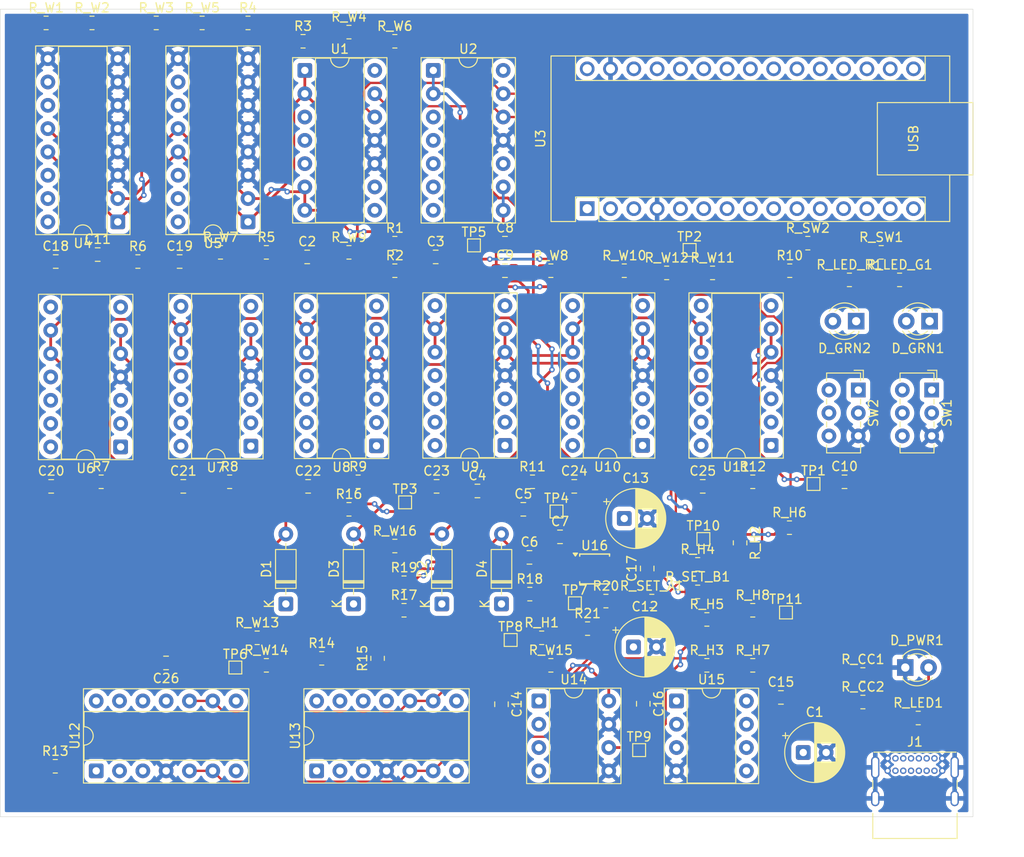
<source format=kicad_pcb>
(kicad_pcb (version 20241229) (generator "pcbnew") (generator_version "9.0")
  (layers (0 "F.Cu" signal) (2 "B.Cu" signal) (13 "F.Paste" user) (15 "B.Paste" user) (5 "F.SilkS" user "F.Silkscreen") (7 "B.SilkS" user "B.Silkscreen") (1 "F.Mask" user) (3 "B.Mask" user) (25 "Edge.Cuts" user))
  (net 0 "")
  (net 1 "GND")
  (net 2 "+5V")
  (net 3 "/V_MID_H1")
  (net 4 "/V_MID_H2")
  (net 5 "/V_MID_PUMP")
  (net 6 "/V_LOW")
  (net 7 "/V_HIGH")
  (net 8 "/H1")
  (net 9 "Net-(D1-K)")
  (net 10 "Net-(D2-K)")
  (net 11 "Net-(D3-K)")
  (net 12 "/H2")
  (net 13 "Net-(D4-K)")
  (net 14 "Net-(D_GRN1-A)")
  (net 15 "Net-(D_GRN1-K)")
  (net 16 "Net-(D_GRN2-A)")
  (net 17 "Net-(D_GRN2-K)")
  (net 18 "Net-(D_PWR1-A)")
  (net 23 "Net-(J1-CC1)")
  (net 24 "Net-(J1-CC2)")
  (net 25 "/V_MID_RAW")
  (net 26 "/V_LOW_RAW")
  (net 27 "/V_HIGH_RAW")
  (net 28 "/CS_POT1")
  (net 29 "/CS_POT2")
  (net 30 "/CS_POT3")
  (net 31 "/CS_POT4")
  (net 32 "/CS_POT5")
  (net 33 "/CS_POT6")
  (net 34 "/CS_POT7")
  (net 35 "/CS_POT8")
  (net 36 "/CS_DAC")
  (net 37 "/I2C_SDA")
  (net 38 "/I2C_SCL")
  (net 39 "Net-(U15A-+)")
  (net 40 "/DAC_OUTA")
  (net 41 "Net-(U15A--)")
  (net 42 "Net-(R_H3-Pad1)")
  (net 43 "/YP")
  (net 44 "/DAC_OUTB")
  (net 45 "Net-(U15B-+)")
  (net 46 "Net-(U15B--)")
  (net 47 "Net-(R_H7-Pad1)")
  (net 48 "/YN")
  (net 49 "/MUX_A")
  (net 50 "Net-(SW1-B)")
  (net 51 "Net-(SW2-B)")
  (net 52 "/MUX_B")
  (net 53 "Net-(U6-P0A)")
  (net 54 "/X1")
  (net 55 "Net-(U6-P1A)")
  (net 56 "Net-(U7-P0A)")
  (net 57 "/X1_COMP")
  (net 58 "Net-(U7-P1A)")
  (net 59 "/X2")
  (net 60 "Net-(U8-P0A)")
  (net 61 "Net-(U8-P1A)")
  (net 62 "/X2_COMP")
  (net 63 "Net-(U9-P0A)")
  (net 64 "Net-(U9-P1A)")
  (net 65 "Net-(U10-P0A)")
  (net 66 "Net-(U10-P1A)")
  (net 67 "Net-(U11-P0A)")
  (net 68 "Net-(U11-P1A)")
  (net 69 "Net-(U12-P0A)")
  (net 70 "Net-(U12-P1A)")
  (net 71 "Net-(U13-P0A)")
  (net 72 "Net-(U13-P1A)")
  (net 73 "Net-(U1C--)")
  (net 74 "/SPI_SCK")
  (net 78 "/SPI_MISO")
  (net 81 "/SPI_MOSI")
  (footprint "Resistor_SMD:R_0805_2012Metric" (layer "F.Cu") (at 140.38 109.76)
    (property "Reference" "R17")
    (property "Value" "0Ω")
  )
  (footprint "Resistor_SMD:R_0805_2012Metric" (layer "F.Cu") (at 118.38 45.76)
    (property "Reference" "R_W5")
    (property "Value" "1.21kΩ")
  )
  (footprint "Resistor_SMD:R_0805_2012Metric" (layer "F.Cu") (at 134.38 46.76)
    (property "Reference" "R_W4")
    (property "Value" "1.21kΩ")
  )
  (footprint "TestPoint:TestPoint_Pad_1.0x1.0mm" (layer "F.Cu") (at 140.5 98)
    (property "Reference" "TP3")
    (property "Value" "TestPoint")
  )
  (footprint "Resistor_SMD:R_0805_2012Metric" (layer "F.Cu") (at 113.38 45.76)
    (property "Reference" "R_W3")
    (property "Value" "1.21kΩ")
  )
  (footprint "Resistor_SMD:R_0805_2012Metric" (layer "F.Cu") (at 134.38 70.76)
    (property "Reference" "R_W9")
    (property "Value" "1.21kΩ")
  )
  (footprint "Package_DIP:DIP-14_W7.62mm_Socket" (layer "F.Cu") (at 109.5 91.96 180)
    (property "Reference" "U6")
    (property "Value" "MCP4251-xxxx-P")
  )
  (footprint "Capacitor_SMD:C_0805_2012Metric" (layer "F.Cu") (at 129.93 96.26)
    (property "Reference" "C22")
    (property "Value" "100nF")
  )
  (footprint "Resistor_SMD:R_0805_2012Metric" (layer "F.Cu") (at 155.38 112.76)
    (property "Reference" "R_H1")
    (property "Value" "10kΩ")
  )
  (footprint "Resistor_SMD:R_0805_2012Metric" (layer "F.Cu") (at 182.38 100.76)
    (property "Reference" "R_H6")
    (property "Value" "10kΩ")
  )
  (footprint "Capacitor_SMD:C_0805_2012Metric" (layer "F.Cu") (at 151.38 69.76)
    (property "Reference" "C8")
    (property "Value" "10µF")
  )
  (footprint "TestPoint:TestPoint_Pad_1.0x1.0mm" (layer "F.Cu") (at 185 96)
    (property "Reference" "TP1")
    (property "Value" "TestPoint")
  )
  (footprint "LED_THT:LED_D3.0mm" (layer "F.Cu") (at 197.65 78.26 180)
    (property "Reference" "D_GRN1")
    (property "Value" "Green 3mm")
  )
  (footprint "Resistor_SMD:R_0805_2012Metric" (layer "F.Cu") (at 194.38 73.76)
    (property "Reference" "R_LED_G1")
    (property "Value" "470Ω")
  )
  (footprint "Package_DIP:DIP-14_W7.62mm_Socket" (layer "F.Cu") (at 166.38 91.8 180)
    (property "Reference" "U10")
    (property "Value" "MCP4251-xxxx-P")
  )
  (footprint "Resistor_SMD:R_0805_2012Metric" (layer "F.Cu") (at 173.38 110.76)
    (property "Reference" "R_H5")
    (property "Value" "10kΩ")
  )
  (footprint "Capacitor_THT:CP_Radial_D6.3mm_P2.50mm" (layer "F.Cu") (at 165.38 113.76)
    (property "Reference" "C12")
    (property "Value" "100µF")
  )
  (footprint "TestPoint:TestPoint_Pad_1.0x1.0mm" (layer "F.Cu") (at 182 110)
    (property "Reference" "TP11")
    (property "Value" "TestPoint")
  )
  (footprint "Resistor_SMD:R_0805_2012Metric" (layer "F.Cu") (at 125.38 115.76)
    (property "Reference" "R_W14")
    (property "Value" "1.21kΩ")
  )
  (footprint "Capacitor_THT:CP_Radial_D6.3mm_P2.50mm" (layer "F.Cu") (at 164.38 99.76)
    (property "Reference" "C13")
    (property "Value" "100µF")
  )
  (footprint "TestPoint:TestPoint_Pad_1.0x1.0mm" (layer "F.Cu") (at 166 125)
    (property "Reference" "TP9")
    (property "Value" "TestPoint")
  )
  (footprint "Package_DIP:DIP-14_W7.62mm_Socket" (layer "F.Cu") (at 129.57 50.933333)
    (property "Reference" "U1")
    (property "Value" "MCP6004")
  )
  (footprint "Diode_THT:D_DO-35_SOD27_P7.62mm_Horizontal" (layer "F.Cu") (at 144.5 109.07 90)
    (property "Reference" "D2")
    (property "Value" "BAT42")
  )
  (footprint "Resistor_SMD:R_0805_2012Metric" (layer "F.Cu") (at 120.38 70.76)
    (property "Reference" "R_W7")
    (property "Value" "1.21kΩ")
  )
  (footprint "Package_DIP:DIP-14_W7.62mm_Socket" (layer "F.Cu") (at 137.38 91.84 180)
    (property "Reference" "U8")
    (property "Value" "MCP4251-xxxx-P")
  )
  (footprint "Capacitor_SMD:C_0805_2012Metric" (layer "F.Cu") (at 166.88 105.21 90)
    (property "Reference" "C17")
    (property "Value" "100nF")
  )
  (footprint "Resistor_SMD:R_0805_2012Metric" (layer "F.Cu") (at 192.38 70.76)
    (property "Reference" "R_SW1")
    (property "Value" "10kΩ")
  )
  (footprint "Resistor_SMD:R_0805_2012Metric" (layer "F.Cu") (at 162.38 108.76)
    (property "Reference" "R20")
    (property "Value" "4.7kΩ")
  )
  (footprint "Resistor_SMD:R_0805_2012Metric" (layer "F.Cu") (at 184.38 69.76)
    (property "Reference" "R_SW2")
    (property "Value" "10kΩ")
  )
  (footprint "Button_Switch_THT:SW_E-Switch_EG1271_SPDT" (layer "F.Cu") (at 197.88 85.76 -90)
    (property "Reference" "SW1")
    (property "Value" "SW_SPDT")
  )
  (footprint "TestPoint:TestPoint_Pad_1.0x1.0mm" (layer "F.Cu") (at 173 102)
    (property "Reference" "TP10")
    (property "Value" "TestPoint")
  )
  (footprint "Resistor_SMD:R_0805_2012Metric" (layer "F.Cu") (at 131.4125 115)
    (property "Reference" "R14")
    (property "Value" "10kΩ")
  )
  (footprint "Resistor_SMD:R_0805_2012Metric" (layer "F.Cu") (at 190.38 119.76)
    (property "Reference" "R_CC2")
    (property "Value" "5.1kΩ")
  )
  (footprint "Resistor_SMD:R_0805_2012Metric" (layer "F.Cu") (at 154.0875 108)
    (property "Reference" "R18")
    (property "Value" "0Ω")
  )
  (footprint "Capacitor_SMD:C_0805_2012Metric" (layer "F.Cu") (at 148.38 96.76)
    (property "Reference" "C4")
    (property "Value" "10µF")
  )
  (footprint "Resistor_SMD:R_0805_2012Metric" (layer "F.Cu") (at 137.5 115 90)
    (property "Reference" "R15")
    (property "Value" "10kΩ")
  )
  (footprint "Package_DIP:DIP-14_W7.62mm_Socket" (layer "F.Cu") (at 130.856667 127.26 90)
    (property "Reference" "U13")
    (property "Value" "MCP4251-xxxx-P")
  )
  (footprint "Package_DIP:DIP-16_W7.62mm_Socket" (layer "F.Cu") (at 123.38 67.438333 180)
    (property "Reference" "U5")
    (property "Value" "CD4053B")
  )
  (footprint "Resistor_SMD:R_0805_2012Metric" (layer "F.Cu") (at 125.38 70.76)
    (property "Reference" "R5")
    (property "Value" "8.2kΩ")
  )
  (footprint "Resistor_SMD:R_0805_2012Metric" (layer "F.Cu") (at 139.38 69.76)
    (property "Reference" "R1")
    (property "Value" "10kΩ")
  )
  (footprint "Resistor_SMD:R_0805_2012Metric" (layer "F.Cu") (at 140.38 106.76)
    (property "Reference" "R19")
    (property "Value" "0Ω")
  )
  (footprint "Capacitor_SMD:C_0805_2012Metric" (layer "F.Cu") (at 116.33 96.26)
    (property "Reference" "C21")
    (property "Value" "100nF")
  )
  (footprint "Package_DIP:DIP-14_W7.62mm_Socket" (layer "F.Cu") (at 106.84 127.26 90)
    (property "Reference" "U12")
    (property "Value" "MCP4251-xxxx-P")
  )
  (footprint "Resistor_SMD:R_0805_2012Metric" (layer "F.Cu") (at 139.38 47.76)
    (property "Reference" "R_W6")
    (property "Value" "1.21kΩ")
  )
  (footprint "Capacitor_SMD:C_0805_2012Metric" (layer "F.Cu") (at 107 71)
    (property "Reference" "C11")
    (property "Value" "100nF")
  )
  (footprint "Connector_USB:USB_C_Receptacle_GCT_USB4085" (layer "F.Cu") (at 193.08 125.9)
    (property "Reference" "J1")
    (property "Value" "USB_C_Receptacle_USB2.0_14P")
  )
  (footprint "Resistor_SMD:R_0805_2012Metric" (layer "F.Cu") (at 154.38 95.76)
    (property "Reference" "R11")
    (property "Value" "10kΩ")
  )
  (footprint "Resistor_SMD:R_0805_2012Metric" (layer "F.Cu") (at 164.38 72.76)
    (property "Reference" "R_W10")
    (property "Value" "1.21kΩ")
  )
  (footprint "Capacitor_SMD:C_0805_2012Metric" (layer "F.Cu") (at 143.93 96.26)
    (property "Reference" "C23")
    (property "Value" "100nF")
  )
  (footprint "Capacitor_SMD:C_0805_2012Metric" (layer "F.Cu") (at 188.38 95.76)
    (property "Reference" "C10")
    (property "Value" "100nF")
  )
  (footprint "Capacitor_SMD:C_0805_2012Metric" (layer "F.Cu") (at 115.93 71.76)
    (property "Reference" "C19")
    (property "Value" "100nF")
  )
  (footprint "Resistor_SMD:R_0805_2012Metric" (layer "F.Cu") (at 173.38 115.76)
    (property "Reference" "R_H3")
    (property "Value" "10kΩ")
  )
  (footprint "TestPoint:TestPoint_Pad_1.0x1.0mm" (layer "F.Cu") (at 152 113)
    (property "Reference" "TP8")
    (property "Value" "TestPoint")
  )
  (footprint "Package_DIP:DIP-14_W7.62mm_Socket" (layer "F.Cu") (at 180.38 91.8 180)
    (property "Reference" "U11")
    (property "Value" "MCP4251-xxxx-P")
  )
  (footprint "Capacitor_SMD:C_0805_2012Metric" (layer "F.Cu") (at 143.83 71.26)
    (property "Reference" "C3")
    (property "Value" "100nF")
  )
  (footprint "Package_DIP:DIP-8_W7.62mm_Socket" (layer "F.Cu") (at 170.07 119.64)
    (property "Reference" "U15")
    (property "Value" "MCP6002-xP")
  )
  (footprint "Resistor_SMD:R_0805_2012Metric" (layer "F.Cu") (at 123.38 45.76)
    (property "Reference" "R4")
    (property "Value" "8.2kΩ")
  )
  (footprint "Resistor_SMD:R_0805_2012Metric" (layer "F.Cu") (at 178.38 95.76)
    (property "Reference" "R12")
    (property "Value" "10kΩ")
  )
  (footprint "Resistor_SMD:R_0805_2012Metric" (layer "F.Cu") (at 172.38 104.76)
    (property "Reference" "R_H4")
    (property "Value" "10kΩ")
  )
  (footprint "Resistor_SMD:R_0805_2012Metric" (layer "F.Cu") (at 107.38 95.76)
    (property "Reference" "R7")
    (property "Value" "10kΩ")
  )
  (footprint "TestPoint:TestPoint_Pad_1.0x1.0mm" (layer "F.Cu") (at 122 116)
    (property "Reference" "TP6")
    (property "Value" "TestPoint")
  )
  (footprint "Capacitor_SMD:C_0805_2012Metric" (layer "F.Cu") (at 181.45 119.26)
    (property "Reference" "C15")
    (property "Value" "100nF")
  )
  (footprint "Capacitor_SMD:C_0805_2012Metric" (layer "F.Cu") (at 151 120 -90)
    (property "Reference" "C14")
    (property "Value" "100nF")
  )
  (footprint "Capacitor_SMD:C_0805_2012Metric" (layer "F.Cu") (at 172.93 96.26)
    (property "Reference" "C25")
    (property "Value" "100nF")
  )
  (footprint "Package_DIP:DIP-14_W7.62mm_Socket" (layer "F.Cu") (at 143.57 50.933333)
    (property "Reference" "U2")
    (property "Value" "LM324")
  )
  (footprint "Capacitor_SMD:C_0805_2012Metric" (layer "F.Cu") (at 129.83 71.26)
    (property "Reference" "C2")
    (property "Value" "100nF")
  )
  (footprint "Capacitor_SMD:C_0805_2012Metric" (layer "F.Cu") (at 157.38 101.76)
    (property "Reference" "C7")
    (property "Value" "100nF")
  )
  (footprint "Capacitor_SMD:C_0805_2012Metric" (layer "F.Cu") (at 153.38 98.76)
    (property "Reference" "C5")
    (property "Value" "100nF")
  )
  (footprint "Capacitor_SMD:C_0805_2012Metric" (layer "F.Cu") (at 101.93 96.26)
    (property "Reference" "C20")
    (property "Value" "100nF")
  )
  (footprint "Resistor_SMD:R_0805_2012Metric" (layer "F.Cu") (at 188.9125 73.76)
    (property "Reference" "R_LED_R1")
    (property "Value" "470Ω")
  )
  (footprint "Resistor_SMD:R_0805_2012Metric" (layer "F.Cu") (at 196.4125 121.5)
    (property "Reference" "R_LED1")
    (property "Value" "1kΩ")
  )
  (footprint "Resistor_SMD:R_0805_2012Metric" (layer "F.Cu") (at 124.38 112.76)
    (property "Reference" "R_W13")
    (property "Value" "1.21kΩ")
  )
  (footprint "Resistor_SMD:R_0805_2012Metric" (layer "F.Cu") (at 177 102.4125 -90)
    (property "Reference" "R_H2")
    (property "Value" "10kΩ")
  )
  (footprint "Resistor_SMD:R_0805_2012Metric" (layer "F.Cu") (at 134.38 98.76)
    (property "Reference" "R16")
    (property "Value" "0Ω")
  )
  (footprint "Resistor_SMD:R_0805_2012Metric" (layer "F.Cu") (at 178.38 115.76)
    (property "Reference" "R_H7")
    (property "Value" "10kΩ")
  )
  (footprint "TestPoint:TestPoint_Pad_1.0x1.0mm" (layer "F.Cu") (at 148 70)
    (property "Reference" "TP5")
    (property "Value" "TestPoint")
  )
  (footprint "Package_SO:TSSOP-10_3x3mm_P0.5mm" (layer "F.Cu") (at 161.15 105.26)
    (property "Reference" "U16")
    (property "Value" "ADS1115IDGS")
  )
  (footprint "Resistor_SMD:R_0805_2012Metric" (layer "F.Cu") (at 102.38 126.76)
    (property "Reference" "R13")
    (property "Value" "10kΩ")
  )
  (footprint "Resistor_SMD:R_0805_2012Metric" (layer "F.Cu") (at 190.38 116.76)
    (property "Reference" "R_CC1")
    (property "Value" "5.1kΩ")
  )
  (footprint "Resistor_SMD:R_0805_2012Metric" (layer "F.Cu") (at 160.38 111.76)
    (property "Reference" "R21")
    (property "Value" "4.7kΩ")
  )
  (footprint "TestPoint:TestPoint_Pad_1.0x1.0mm" (layer "F.Cu") (at 159 109)
    (property "Reference" "TP7")
    (property "Value" "TestPoint")
  )
  (footprint "Capacitor_SMD:C_0805_2012Metric" (layer "F.Cu") (at 114.45 115.5 180)
    (property "Reference" "C26")
    (property "Value" "100nF")
  )
  (footprint "Package_DIP:DIP-14_W7.62mm_Socket" (layer "F.Cu") (at 151.38 91.8 180)
    (property "Reference" "U9")
    (property "Value" "MCP4251-xxxx-P")
  )
  (footprint "Diode_THT:D_DO-35_SOD27_P7.62mm_Horizontal" (layer "F.Cu") (at 134.88 109.07 90)
    (property "Reference" "D3")
    (property "Value" "BAT42")
  )
  (footprint "Capacitor_SMD:C_0805_2012Metric" (layer "F.Cu") (at 102.43 71.76)
    (property "Reference" "C18")
    (property "Value" "100nF")
  )
  (footprint "LED_THT:LED_D3.0mm" (layer "F.Cu") (at 189.65 78.26 180)
    (property "Reference" "D_GRN2")
    (property "Value" "Green 3mm")
  )
  (footprint "Resistor_SMD:R_0805_2012Metric" (layer "F.Cu") (at 121.38 95.76)
    (property "Reference" "R8")
    (property "Value" "10kΩ")
  )
  (footprint "Capacitor_SMD:C_0805_2012Metric" (layer "F.Cu") (at 151.38 72.76)
    (property "Reference" "C9")
    (property "Value" "100nF")
  )
  (footprint "Package_DIP:DIP-8_W7.62mm_Socket" (layer "F.Cu") (at 155.07 119.64)
    (property "Reference" "U14")
    (property "Value" "MCP4822")
  )
  (footprint "Resistor_SMD:R_0805_2012Metric" (layer "F.Cu") (at 135.38 95.76)
    (property "Reference" "R9")
    (property "Value" "10kΩ")
  )
  (footprint "TestPoint:TestPoint_Pad_1.0x1.0mm" (layer "F.Cu") (at 157 99)
    (property "Reference" "TP4")
    (property "Value" "TestPoint")
  )
  (footprint "Resistor_SMD:R_0805_2012Metric" (layer "F.Cu") (at 169 73)
    (property "Reference" "R_W12")
    (property "Value" "1.21kΩ")
  )
  (footprint "Resistor_SMD:R_0805_2012Metric" (layer "F.Cu") (at 156.38 72.76)
    (property "Reference" "R_W8")
    (property "Value" "1.21kΩ")
  )
  (footprint "Diode_THT:D_DO-35_SOD27_P7.62mm_Horizontal" (layer "F.Cu") (at 151 109.07 90)
    (property "Reference" "D4")
    (property "Value" "BAT42")
  )
  (footprint "Resistor_SMD:R_0805_2012Metric" (layer "F.Cu") (at 139.38 72.76)
    (property "Reference" "R2")
    (property "Value" "10kΩ")
  )
  (footprint "Module:Arduino_Nano" (layer "F.Cu") (at 160.34 66 90)
    (property "Reference" "U3")
    (property "Value" "Arduino_Nano_v3.x")
  )
  (footprint "Capacitor_SMD:C_0805_2012Metric" (layer "F.Cu") (at 154.05 104)
    (property "Reference" "C6")
    (property "Value" "10µF")
  )
  (footprint "Package_DIP:DIP-14_W7.62mm_Socket" (layer "F.Cu") (at 123.69 91.875 180)
    (property "Reference" "U7")
    (property "Value" "MCP4251-xxxx-P")
  )
  (footprint "TestPoint:TestPoint_Pad_1.0x1.0mm" (layer "F.Cu") (at 171.5 70.5)
    (property "Reference" "TP2")
    (property "Value" "TestPoint")
  )
  (footprint "Resistor_SMD:R_0805_2012Metric" (layer "F.Cu") (at 106.38 45.76)
    (property "Reference" "R_W2")
    (property "Value" "1.21kΩ")
  )
  (footprint "Resistor_SMD:R_0805_2012Metric" (layer "F.Cu") (at 182.4125 72.76)
    (property "Reference" "R10")
    (property "Value" "10kΩ")
  )
  (footprint "Button_Switch_THT:SW_E-Switch_EG1271_SPDT" (layer "F.Cu") (at 189.88 85.76 -90)
    (property "Reference" "SW2")
    (property "Value" "SW_SPDT")
  )
  (footprint "Resistor_SMD:R_0805_2012Metric" (layer "F.Cu") (at 139.38 102.76)
    (property "Reference" "R_W16")
    (property "Value" "1.21kΩ")
  )
  (footprint "Resistor_SMD:R_0805_2012Metric" (layer "F.Cu") (at 101.38 45.76)
    (property "Reference" "R_W1")
    (property "Value" "1.21kΩ")
  )
  (footprint "Resistor_SMD:R_0805_2012Metric" (layer "F.Cu") (at 172.38 107.76)
    (property "Reference" "R_SET_B1")
    (property "Value" "1MΩ")
  )
  (footprint "Package_DIP:DIP-16_W7.62mm_Socket" (layer "F.Cu") (at 109.19 67.438333 180)
    (property "Reference" "U4")
    (property "Value" "CD4053B")
  )
  (footprint "Capacitor_SMD:C_0805_2012Metric" (layer "F.Cu") (at 158.93 96.26)
    (property "Reference" "C24")
    (property "Value" "100nF")
  )
  (footprint "Resistor_SMD:R_0805_2012Metric" (layer "F.Cu") (at 156.38 115.76)
    (property "Reference" "R_W15")
    (property "Value" "1.21kΩ")
  )
  (footprint "Resistor_SMD:R_0805_2012Metric" (layer "F.Cu") (at 167.38 108.76)
    (property "Reference" "R_SET_A1")
    (property "Value" "1MΩ")
  )
  (footprint "Resistor_SMD:R_0805_2012Metric" (layer "F.Cu") (at 111.38 71.76)
    (property "Reference" "R6")
    (property "Value" "33kΩ")
  )
  (footprint "Capacitor_THT:CP_Radial_D6.3mm_P2.50mm" (layer "F.Cu") (at 183.88 125.26)
    (property "Reference" "C1")
    (property "Value" "100µF")
  )
  (footprint "Resistor_SMD:R_0805_2012Metric" (layer "F.Cu") (at 178.38 109.76)
    (property "Reference" "R_H8")
    (property "Value" "10kΩ")
  )
  (footprint "Capacitor_SMD:C_0805_2012Metric" (layer "F.Cu") (at 166.45 119.95 -90)
    (property "Reference" "C16")
    (property "Value" "100nF")
  )
  (footprint "LED_THT:LED_D3.0mm" (layer "F.Cu") (at 195 116)
    (property "Reference" "D_PWR1")
    (property "Value" "Green 3mm")
  )
  (footprint "Resistor_SMD:R_0805_2012Metric" (layer "F.Cu") (at 129.38 47.76)
    (property "Reference" "R3")
    (property "Value" "33kΩ")
  )
  (footprint "Resistor_SMD:R_0805_2012Metric" (layer "F.Cu") (at 174 73)
    (property "Reference" "R_W11")
    (property "Value" "1.21kΩ")
  )
  (footprint "Diode_THT:D_DO-35_SOD27_P7.62mm_Horizontal" (layer "F.Cu") (at 127.5 109.07 90)
    (property "Reference" "D1")
    (property "Value" "BAT42")
  )
  (gr_rect (start 96.38 44.26) (end 202.38 132.26) (stroke (width 0.05)) (fill no) (layer "Edge.Cuts"))
  (segment (start 156.5 83.541) (end 156.459 83.5) (width 0.3) (layer "F.Cu") (net 3))
  (segment (start 150.692529 64.834333) (end 146.5 60.641804) (width 0.3) (layer "F.Cu") (net 3))
  (segment (start 155 85.041) (end 155 90.20758) (width 0.3) (layer "F.Cu") (net 3))
  (segment (start 150.51758 94.69) (end 149.5 94.69) (width 0.3) (layer "F.Cu") (net 3))
  (segment (start 155 77.199) (end 154.474 76.673) (width 0.3) (layer "F.Cu") (net 3))
  (segment (start 137.170025 98.170025) (end 135.882475 98.170025) (width 0.3) (layer "F.Cu") (net 3))
  (segment (start 149.43 98.76) (end 147.43 96.76) (width 0.3) (layer "F.Cu") (net 3))
  (segment (start 147.43 98.52) (end 144.5 101.45) (width 0.3) (layer "F.Cu") (net 3))
  (segment (start 155 79.8) (end 155 77.199) (width 0.3) (layer "F.Cu") (net 3))
  (segment (start 155 90.20758) (end 150.51758 94.69) (width 0.3) (layer "F.Cu") (net 3))
  (segment (start 156.5 81.3) (end 155 79.8) (width 0.3) (layer "F.Cu") (net 3))
  (segment (start 154.474 67.620862) (end 151.687471 64.834333) (width 0.3) (layer "F.Cu") (net 3))
  (segment (start 149.5 94.69) (end 147.43 96.76) (width 0.3) (layer "F.Cu") (net 3))
  (segment (start 151.687471 64.834333) (end 150.692529 64.834333) (width 0.3) (layer "F.Cu") (net 3))
  (segment (start 156.5 83.541) (end 155 85.041) (width 0.3) (layer "F.Cu") (net 3))
  (segment (start 154.474 76.673) (end 154.474 67.620862) (width 0.3) (layer "F.Cu") (net 3))
  (segment (start 139.5 99) (end 138.5 99) (width 0.3) (layer "F.Cu") (net 3))
  (segment (start 139.5 99) (end 140.5 98) (width 0.3) (layer "F.Cu") (net 3))
  (segment (start 144.5 101.45) (end 141.95 101.45) (width 0.3) (layer "F.Cu") (net 3))
  (segment (start 152.43 98.76) (end 149.43 98.76) (width 0.3) (layer "F.Cu") (net 3))
  (segment (start 135.882475 98.170025) (end 135.2925 98.76) (width 0.3) (layer "F.Cu") (net 3))
  (segment (start 146.5 60.641804) (end 146.5 55.512333) (width 0.3) (layer "F.Cu") (net 3))
  (segment (start 147.43 96.76) (end 147.43 98.52) (width 0.3) (layer "F.Cu") (net 3))
  (segment (start 141.95 101.45) (end 139.5 99) (width 0.3) (layer "F.Cu") (net 3))
  (via (at 156.5 83.541) (size 0.6) (drill 0.3) (layers "F.Cu" "B.Cu") (net 3))
  (via (at 138.5 99) (size 0.6) (drill 0.3) (layers "F.Cu" "B.Cu") (net 3))
  (via (at 137.170025 98.170025) (size 0.6) (drill 0.3) (layers "F.Cu" "B.Cu") (net 3))
  (via (at 146.5 55.512333) (size 0.6) (drill 0.3) (layers "F.Cu" "B.Cu") (net 3))
  (via (at 156.5 81.3) (size 0.6) (drill 0.3) (layers "F.Cu" "B.Cu") (net 3))
  (segment (start 156.5 83.541) (end 156.5 81.3) (width 0.3) (layer "B.Cu") (net 3))
  (segment (start 146.5 55.512333) (end 146.5 55) (width 0.3) (layer "B.Cu") (net 3))
  (segment (start 138 99) (end 137.170025 98.170025) (width 0.3) (layer "B.Cu") (net 3))
  (segment (start 144.973333 53.473333) (end 143.57 53.473333) (width 0.3) (layer "B.Cu") (net 3))
  (segment (start 146.5 55) (end 144.973333 53.473333) (width 0.3) (layer "B.Cu") (net 3))
  (segment (start 138.5 99) (end 138 99) (width 0.3) (layer "B.Cu") (net 3))
  (segment (start 143.57 50.933333) (end 143.57 53.473333) (width 0.3) (layer "B.Cu") (net 3))
  (segment (start 142.5 106) (end 142.0525 106) (width 0.3) (layer "F.Cu") (net 4))
  (segment (start 157 101.19) (end 156.43 101.76) (width 0.3) (layer "F.Cu") (net 4))
  (segment (start 155.34 101.76) (end 153.1 104) (width 0.3) (layer "F.Cu") (net 4))
  (segment (start 153.1 104) (end 151 101.9) (width 0.3) (layer "F.Cu") (net 4))
  (segment (start 156.43 101.76) (end 155.34 101.76) (width 0.3) (layer "F.Cu") (net 4))
  (segment (start 142.0525 106) (end 141.2925 106.76) (width 0.3) (layer "F.Cu") (net 4))
  (segment (start 151 101.45) (end 147.95 104.5) (width 0.3) (layer "F.Cu") (net 4))
  (segment (start 157 99) (end 157 101.19) (width 0.3) (layer "F.Cu") (net 4))
  (segment (start 147.95 104.5) (end 143 104.5) (width 0.3) (layer "F.Cu") (net 4))
  (segment (start 151 101.9) (end 151 101.45) (width 0.3) (layer "F.Cu") (net 4))
  (via (at 143 104.5) (size 0.6) (drill 0.3) (layers "F.Cu" "B.Cu") (net 4))
  (via (at 142.5 106) (size 0.6) (drill 0.3) (layers "F.Cu" "B.Cu") (net 4))
  (segment (start 143 105.5) (end 142.5 106) (width 0.3) (layer "B.Cu") (net 4))
  (segment (start 143 104.5) (end 143 105.5) (width 0.3) (layer "B.Cu") (net 4))
  (segment (start 174.5 101.5) (end 177 101.5) (width 0.3) (layer "F.Cu") (net 5))
  (segment (start 154.051 80.051) (end 155 81) (width 0.3) (layer "F.Cu") (net 5))
  (segment (start 168 95) (end 169.474 96.474) (width 0.3) (layer "F.Cu") (net 5))
  (segment (start 180.7275 101.5) (end 181.4675 100.76) (width 0.3) (layer "F.Cu") (net 5))
  (segment (start 151.19 66.173333) (end 151.19 69) (width 0.3) (layer "F.Cu") (net 5))
  (segment (start 173.5 100.5) (end 174.5 101.5) (width 0.3) (layer "F.Cu") (net 5))
  (segment (start 177 101.5) (end 178.5 101.5) (width 0.3) (layer "F.Cu") (net 5))
  (segment (start 148 70) (end 150.19 70) (width 0.3) (layer "F.Cu") (net 5))
  (segment (start 171 98.5) (end 173 100.5) (width 0.3) (layer "F.Cu") (net 5))
  (segment (start 169.474 97.5) (end 169.325 97.5) (width 0.3) (layer "F.Cu") (net 5))
  (segment (start 154.051 77.029232) (end 154.051 80.051) (width 0.3) (layer "F.Cu") (net 5))
  (segment (start 156.015475 90.753946) (end 160.261529 95) (width 0.3) (layer "F.Cu") (net 5))
  (segment (start 152.87129 73.87129) (end 153.923 74.923) (width 0.3) (layer "F.Cu") (net 5))
  (segment (start 153.923 76.901232) (end 154.051 77.029232) (width 0.3) (layer "F.Cu") (net 5))
  (segment (start 151.80342 73.886) (end 152.85658 73.886) (width 0.3) (layer "F.Cu") (net 5))
  (segment (start 152.85658 73.886) (end 152.87129 73.87129) (width 0.3) (layer "F.Cu") (net 5))
  (segment (start 151.19 69) (end 150.43 69.76) (width 0.3) (layer "F.Cu") (net 5))
  (segment (start 160.261529 95) (end 168 95) (width 0.3) (layer "F.Cu") (net 5))
  (segment (start 173 100.5) (end 173.5 100.5) (width 0.3) (layer "F.Cu") (net 5))
  (segment (start 180.063226 101.5) (end 180.7275 101.5) (width 0.3) (layer "F.Cu") (net 5))
  (segment (start 151.429 73.51158) (end 151.80342 73.886) (width 0.3) (layer "F.Cu") (net 5))
  (segment (start 153.923 74.923) (end 153.923 76.901232) (width 0.3) (layer "F.Cu") (net 5))
  (segment (start 156.015475 85.015475) (end 156.015475 90.753946) (width 0.3) (layer "F.Cu") (net 5))
  (segment (start 169.474 96.474) (end 169.474 97.5) (width 0.3) (layer "F.Cu") (net 5))
  (segment (start 150.43 69.76) (end 150.43 72.76) (width 0.3) (layer "F.Cu") (net 5))
  (segment (start 150.19 70) (end 150.43 69.76) (width 0.3) (layer "F.Cu") (net 5))
  (segment (start 150.43 72.76) (end 151.429 72.76) (width 0.3) (layer "F.Cu") (net 5))
  (segment (start 151.429 72.76) (end 151.429 73.51158) (width 0.3) (layer "F.Cu") (net 5))
  (via (at 155 81) (size 0.6) (drill 0.3) (layers "F.Cu" "B.Cu") (net 5))
  (via (at 169.325 97.5) (size 0.6) (drill 0.3) (layers "F.Cu" "B.Cu") (net 5))
  (via (at 178.5 101.5) (size 0.6) (drill 0.3) (layers "F.Cu" "B.Cu") (net 5))
  (via (at 180.063226 101.5) (size 0.6) (drill 0.3) (layers "F.Cu" "B.Cu") (net 5))
  (via (at 171 98.5) (size 0.6) (drill 0.3) (layers "F.Cu" "B.Cu") (net 5))
  (via (at 156.015475 85.015475) (size 0.6) (drill 0.3) (layers "F.Cu" "B.Cu") (net 5))
  (segment (start 155 81) (end 155 84) (width 0.3) (layer "B.Cu") (net 5))
  (segment (start 169.325 97.5) (end 170.325 98.5) (width 0.3) (layer "B.Cu") (net 5))
  (segment (start 178.5 101.5) (end 180.063226 101.5) (width 0.3) (layer "B.Cu") (net 5))
  (segment (start 151.19 63.633333) (end 151.19 66.173333) (width 0.3) (layer "B.Cu") (net 5))
  (segment (start 155 84) (end 156.015475 85.015475) (width 0.3) (layer "B.Cu") (net 5))
  (segment (start 170.325 98.5) (end 171 98.5) (width 0.3) (layer "B.Cu") (net 5))
  (segment (start 135.2925 59.195833) (end 135.2925 70.76) (width 0.3) (layer "F.Cu") (net 6))
  (segment (start 161.7275 74.5) (end 163.4675 72.76) (width 0.3) (layer "F.Cu") (net 6))
  (segment (start 163.4675 72.76) (end 166.0665 75.359) (width 0.3) (layer "F.Cu") (net 6))
  (segment (start 152.414 74.5) (end 152.5 74.586) (width 0.3) (layer "F.Cu") (net 6))
  (segment (start 187.19 96) (end 187.43 95.76) (width 0.3) (layer "F.Cu") (net 6))
  (segment (start 110.68 64.898333) (end 115.76 59.818333) (width 0.3) (layer "F.Cu") (net 6))
  (segment (start 138.3325 74.5) (end 150 74.5) (width 0.3) (layer "F.Cu") (net 6))
  (segment (start 155.174 74.5) (end 161.7275 74.5) (width 0.3) (layer "F.Cu") (net 6))
  (segment (start 109.19 64.898333) (end 110.68 64.898333) (width 0.3) (layer "F.Cu") (net 6))
  (segment (start 150 74.5) (end 152.414 74.5) (width 0.3) (layer "F.Cu") (net 6))
  (segment (start 179 78.5) (end 179 82) (width 0.3) (layer "F.Cu") (net 6))
  (segment (start 183.175 95.5) (end 184.5 95.5) (width 0.3) (layer "F.Cu") (net 6))
  (segment (start 175.859 75.359) (end 179 78.5) (width 0.3) (layer "F.Cu") (net 6))
  (segment (start 129.57 53.473333) (end 129.57 50.933333) (width 0.3) (layer "F.Cu") (net 6))
  (segment (start 184.5 95.5) (end 185 96) (width 0.3) (layer "F.Cu") (net 6))
  (segment (start 123.38 67.438333) (end 128.369 62.449333) (width 0.3) (layer "F.Cu") (net 6))
  (segment (start 179.102377 92.628377) (end 181.974 95.5) (width 0.3) (layer "F.Cu") (net 6))
  (segment (start 115.76 59.818333) (end 123.38 67.438333) (width 0.3) (layer "F.Cu") (net 6))
  (segment (start 166.0665 75.359) (end 175.859 75.359) (width 0.3) (layer "F.Cu") (net 6))
  (segment (start 179.102377 84.616095) (end 179.102377 92.628377) (width 0.3) (layer "F.Cu") (net 6))
  (segment (start 128.369 54.674333) (end 129.57 53.473333) (width 0.3) (layer "F.Cu") (net 6))
  (segment (start 128.369 62.449333) (end 128.369 54.674333) (width 0.3) (layer "F.Cu") (net 6))
  (segment (start 101.57 57.278333) (end 109.19 64.898333) (width 0.3) (layer "F.Cu") (net 6))
  (segment (start 185 96) (end 187.19 96) (width 0.3) (layer "F.Cu") (net 6))
  (segment (start 181.974 95.5) (end 181.825 95.5) (width 0.3) (layer "F.Cu") (net 6))
  (segment (start 135.2925 70.76) (end 135.2925 71.46) (width 0.3) (layer "F.Cu") (net 6))
  (segment (start 135.2925 71.46) (end 138.3325 74.5) (width 0.3) (layer "F.Cu") (net 6))
  (segment (start 129.57 53.473333) (end 135.2925 59.195833) (width 0.3) (layer "F.Cu") (net 6))
  (via (at 155.174 74.5) (size 0.6) (drill 0.3) (layers "F.Cu" "B.Cu") (net 6))
  (via (at 183.175 95.5) (size 0.6) (drill 0.3) (layers "F.Cu" "B.Cu") (net 6))
  (via (at 152.5 74.586) (size 0.6) (drill 0.3) (layers "F.Cu" "B.Cu") (net 6))
  (via (at 152.5 74.586) (size 0.6) (drill 0.3) (layers "F.Cu" "B.Cu") (net 6))
  (via (at 179.102377 84.616095) (size 0.6) (drill 0.3) (layers "F.Cu" "B.Cu") (net 6))
  (via (at 179 82) (size 0.6) (drill 0.3) (layers "F.Cu" "B.Cu") (net 6))
  (via (at 181.825 95.5) (size 0.6) (drill 0.3) (layers "F.Cu" "B.Cu") (net 6))
  (segment (start 154.914 74.586) (end 155 74.5) (width 0.3) (layer "B.Cu") (net 6))
  (segment (start 155 74.5) (end 155.174 74.5) (width 0.3) (layer "B.Cu") (net 6))
  (segment (start 179 82) (end 179 84.513718) (width 0.3) (layer "B.Cu") (net 6))
  (segment (start 152.5 74.586) (end 154.914 74.586) (width 0.3) (layer "B.Cu") (net 6))
  (segment (start 181.825 95.5) (end 183.175 95.5) (width 0.3) (layer "B.Cu") (net 6))
  (segment (start 179 84.513718) (end 179.102377 84.616095) (width 0.3) (layer "B.Cu") (net 6))
  (segment (start 109.19 67.438333) (end 109.19 67.31) (width 0.3) (layer "F.Cu") (net 7))
  (segment (start 109.19 67.31) (end 112 64.5) (width 0.3) (layer "F.Cu") (net 7))
  (segment (start 155.174 71.5) (end 166.5875 71.5) (width 0.3) (layer "F.Cu") (net 7))
  (segment (start 147.51742 71.5) (end 149.73 71.5) (width 0.3) (layer "F.Cu") (net 7))
  (segment (start 125.101667 64.898333) (end 126 64) (width 0.3) (layer "F.Cu") (net 7))
  (segment (start 101.57 59.818333) (end 109.19 67.438333) (width 0.3) (layer "F.Cu") (net 7))
  (segment (start 169.1885 74.101) (end 173.8115 74.101) (width 0.3) (layer "F.Cu") (net 7))
  (segment (start 111.794191 62.794192) (end 111.794191 61.244142) (width 0.3) (layer "F.Cu") (net 7))
  (segment (start 112 64.5) (end 112.034142 64.534142) (width 0.3) (layer "F.Cu") (net 7))
  (segment (start 132.173333 66.173333) (end 134.5 68.5) (width 0.3) (layer "F.Cu") (net 7))
  (segment (start 173.8115 74.101) (end 174.568754 73.343746) (width 0.3) (layer "F.Cu") (net 7))
  (segment (start 168.0875 73) (end 170.5875 70.5) (width 0.3) (layer "F.Cu") (net 7))
  (segment (start 129.57 63.633333) (end 129.57 66.173333) (width 0.3) (layer "F.Cu") (net 7))
  (segment (start 126 64) (end 125.914191 63.914191) (width 0.3) (layer "F.Cu") (net 7))
  (segment (start 115.76 57.278333) (end 123.38 64.898333) (width 0.3) (layer "F.Cu") (net 7))
  (segment (start 129.049191 64.154142) (end 129.57 63.633333) (width 0.3) (layer "F.Cu") (net 7))
  (segment (start 170.5875 70.5) (end 171.5 70.5) (width 0.3) (layer "F.Cu") (net 7))
  (segment (start 123.38 64.898333) (end 125.101667 64.898333) (width 0.3) (layer "F.Cu") (net 7))
  (segment (start 136 68.5) (end 144.51742 68.5) (width 0.3) (layer "F.Cu") (net 7))
  (segment (start 127.654141 64.154142) (end 129.049191 64.154142) (width 0.3) (layer "F.Cu") (net 7))
  (segment (start 111.794191 61.244142) (end 115.76 57.278333) (width 0.3) (layer "F.Cu") (net 7))
  (segment (start 129.57 66.173333) (end 132.173333 66.173333) (width 0.3) (layer "F.Cu") (net 7))
  (segment (start 166.5875 71.5) (end 168.0875 73) (width 0.3) (layer "F.Cu") (net 7))
  (segment (start 144.51742 68.5) (end 147.51742 71.5) (width 0.3) (layer "F.Cu") (net 7))
  (segment (start 168.0875 73) (end 169.1885 74.101) (width 0.3) (layer "F.Cu") (net 7))
  (via (at 125.914191 63.914191) (size 0.6) (drill 0.3) (layers "F.Cu" "B.Cu") (net 7))
  (via (at 134.5 68.5) (size 0.6) (drill 0.3) (layers "F.Cu" "B.Cu") (net 7))
  (via (at 112.034142 64.534142) (size 0.6) (drill 0.3) (layers "F.Cu" "B.Cu") (net 7))
  (via (at 111.794191 62.794192) (size 0.6) (drill 0.3) (layers "F.Cu" "B.Cu") (net 7))
  (via (at 155.174 71.5) (size 0.6) (drill 0.3) (layers "F.Cu" "B.Cu") (net 7))
  (via (at 136 68.5) (size 0.6) (drill 0.3) (layers "F.Cu" "B.Cu") (net 7))
  (via (at 127.654141 64.154142) (size 0.6) (drill 0.3) (layers "F.Cu" "B.Cu") (net 7))
  (via (at 149.73 71.5) (size 0.6) (drill 0.3) (layers "F.Cu" "B.Cu") (net 7))
  (segment (start 134.5 68.5) (end 136 68.5) (width 0.3) (layer "B.Cu") (net 7))
  (segment (start 125.914191 63.914191) (end 127.414191 63.914191) (width 0.3) (layer "B.Cu") (net 7))
  (segment (start 112.034142 64.534142) (end 112 64.5) (width 0.3) (layer "B.Cu") (net 7))
  (segment (start 112 63) (end 111.794191 62.794192) (width 0.3) (layer "B.Cu") (net 7))
  (segment (start 127.414191 63.914191) (end 127.654141 64.154141) (width 0.3) (layer "B.Cu") (net 7))
  (segment (start 149.73 71.5) (end 155.174 71.5) (width 0.3) (layer "B.Cu") (net 7))
  (segment (start 127.654141 64.154141) (end 127.654141 64.154142) (width 0.3) (layer "B.Cu") (net 7))
  (segment (start 112 64.5) (end 112 63) (width 0.3) (layer "B.Cu") (net 7))
  (segment (start 115.01242 99.5) (end 127 99.5) (width 0.3) (layer "F.Cu") (net 8))
  (segment (start 151.877471 77.899) (end 153.5 79.521529) (width 0.3) (layer "F.Cu") (net 8))
  (segment (start 124.4675 115.76) (end 122.24 115.76) (width 0.3) (layer "F.Cu") (net 8))
  (segment (start 101.88 79.26) (end 103.081 78.059) (width 0.3) (layer "F.Cu") (net 8))
  (segment (start 129.76 79.14) (end 130.961 77.939) (width 0.3) (layer "F.Cu") (net 8))
  (segment (start 103.081 78.059) (end 114.954 78.059) (width 0.3) (layer "F.Cu") (net 8))
  (segment (start 158.76 79.1) (end 158.76 81.64) (width 0.3) (layer "F.Cu") (net 8))
  (segment (start 108.299 88.219) (end 108.299 92.78658) (width 0.3) (layer "F.Cu") (net 8))
  (segment (start 159 105.76) (end 157.74 105.76) (width 0.25) (layer "F.Cu") (net 8))
  (segment (start 141.83158 108.659) (end 140.5685 108.659) (width 0.3) (layer "F.Cu") (net 8))
  (segment (start 125.2925 112.76) (end 136.4675 112.76) (width 0.3) (layer "F.Cu") (net 8))
  (segment (start 144.49058 106) (end 141.83158 108.659) (width 0.3) (layer "F.Cu") (net 8))
  (segment (start 157.5 106) (end 144.49058 106) (width 0.3) (layer "F.Cu") (net 8))
  (segment (start 159.961 77.899) (end 171.559 77.899) (width 0.3) (layer "F.Cu") (net 8))
  (segment (start 128.594 77.974) (end 129.76 79.14) (width 0.3) (layer "F.Cu") (net 8))
  (segment (start 101.88 81.8) (end 101.88 79.26) (width 0.3) (layer "F.Cu") (net 8))
  (segment (start 157.74 105.76) (end 157.5 106) (width 0.25) (layer "F.Cu") (net 8))
  (segment (start 158.76 79.1) (end 159.961 77.899) (width 0.3) (layer "F.Cu") (net 8))
  (segment (start 125.2925 103.6575) (end 125.2925 112.76) (width 0.3) (layer "F.Cu") (net 8))
  (segment (start 127.5 100) (end 127.5 101.45) (width 0.3) (layer "F.Cu") (net 8))
  (segment (start 101.88 81.8) (end 108.299 88.219) (width 0.3) (layer "F.Cu") (net 8))
  (segment (start 143.76 79.1) (end 144.961 77.899) (width 0.3) (layer "F.Cu") (net 8))
  (segment (start 154.25 82) (end 158.4 82) (width 0.3) (layer "F.Cu") (net 8))
  (segment (start 136.4675 112.76) (end 139.4675 109.76) (width 0.3) (layer "F.Cu") (net 8))
  (segment (start 108.299 92.78658) (end 115.01242 99.5) (width 0.3) (layer "F.Cu") (net 8))
  (segment (start 116.07 81.715) (end 116.07 79.175) (width 0.3) (layer "F.Cu") (net 8))
  (segment (start 127.5 101.45) (end 125.2925 103.6575) (width 0.3) (layer "F.Cu") (net 8))
  (segment (start 142.599 77.939) (end 143.76 79.1) (width 0.3) (layer "F.Cu") (net 8))
  (segment (start 125.2925 112.76) (end 125.2925 114.935) (width 0.3) (layer "F.Cu") (net 8))
  (segment (start 153.5 81.25) (end 154.25 82) (width 0.3) (layer "F.Cu") (net 8))
  (segment (start 158.4 82) (end 158.76 81.64) (width 0.3) (layer "F.Cu") (net 8))
  (segment (start 114.954 78.059) (end 116.07 79.175) (width 0.3) (layer "F.Cu") (net 8))
  (segment (start 116.07 79.175) (end 117.271 77.974) (width 0.3) (layer "F.Cu") (net 8))
  (segment (start 122.24 115.76) (end 122 116) (width 0.3) (layer "F.Cu") (net 8))
  (segment (start 127 99.5) (end 127.5 100) (width 0.3) (layer "F.Cu") (net 8))
  (segment (start 117.271 77.974) (end 128.594 77.974) (width 0.3) (layer "F.Cu") (net 8))
  (segment (start 171.559 77.899) (end 172.76 79.1) (width 0.3) (layer "F.Cu") (net 8))
  (segment (start 140.5685 108.659) (end 139.4675 109.76) (width 0.3) (layer "F.Cu") (net 8))
  (segment (start 153.5 79.521529) (end 153.5 81.25) (width 0.3) (layer "F.Cu") (net 8))
  (segment (start 144.961 77.899) (end 151.877471 77.899) (width 0.3) (layer "F.Cu") (net 8))
  (segment (start 130.961 77.939) (end 142.599 77.939) (width 0.3) (layer "F.Cu") (net 8))
  (segment (start 129.76 79.14) (end 129.76 81.68) (width 0.3) (layer "F.Cu") (net 8))
  (segment (start 125.2925 114.935) (end 124.4675 115.76) (width 0.3) (layer "F.Cu") (net 8))
  (segment (start 143.76 79.1) (end 143.76 81.64) (width 0.3) (layer "F.Cu") (net 8))
  (segment (start 172.76 79.1) (end 172.76 81.64) (width 0.3) (layer "F.Cu") (net 8))
  (segment (start 154.46092 106.899) (end 154.35992 107) (width 0.3) (layer "F.Cu") (net 12))
  (segment (start 138.4675 102.76) (end 140.9415 105.234) (width 0.3) (layer "F.Cu") (net 12))
  (segment (start 154.35992 107) (end 154.175 107) (width 0.3) (layer "F.Cu") (net 12))
  (segment (start 157.2925 112.1175) (end 157.2925 115.76) (width 0.3) (layer "F.Cu") (net 12))
  (segment (start 140.9415 105.234) (end 156.549 105.234) (width 0.3) (layer "F.Cu") (net 12))
  (segment (start 140.5 82.979) (end 140.5 95.83) (width 0.3) (layer "F.Cu") (net 12))
  (segment (start 123.69 81.715) (end 123.69 79.175) (width 0.3) (layer "F.Cu") (net 12))
  (segment (start 123.69 81.715) (end 124.856 82.881) (width 0.3) (layer "F.Cu") (net 12))
  (segment (start 156.549 105.234) (end 158.049 103.734) (width 0.3) (layer "F.Cu") (net 12))
  (segment (start 155.53908 106.899) (end 154.46092 106.899) (width 0.3) (layer "F.Cu") (net 12))
  (segment (start 166.38 81.64) (end 167.581 82.841) (width 0.3) (layer "F.Cu") (net 12))
  (segment (start 136.179 82.881) (end 137.38 81.68) (width 0.3) (layer "F.Cu") (net 12))
  (segment (start 140.5 82.979) (end 150.041 82.979) (width 0.3) (layer "F.Cu") (net 12))
  (segment (start 136.26 102.76) (end 138.4675 102.76) (width 0.3) (layer "F.Cu") (net 12))
  (segment (start 137.38 81.68) (end 137.38 79.14) (width 0.3) (layer "F.Cu") (net 12))
  (segment (start 109.5 81.8) (end 109.5 79.26) (width 0.3) (layer "F.Cu") (net 12))
  (segment (start 153.175 108) (end 157.2925 112.1175) (width 0.3) (layer "F.Cu") (net 12))
  (segment (start 137.38 81.68) (end 138.679 82.979) (width 0.3) (layer "F.Cu") (net 12))
  (segment (start 109.5 81.8) (end 110.616 82.916) (width 0.3) (layer "F.Cu") (net 12))
  (segment (start 110.616 82.916) (end 122.489 82.916) (width 0.3) (layer "F.Cu") (net 12))
  (segment (start 158.049 103.734) (end 160.5 103.734) (width 0.3) (layer "F.Cu") (net 12))
  (segment (start 140.5 95.83) (end 134.88 101.45) (width 0.3) (layer "F.Cu") (net 12))
  (segment (start 154.175 107) (end 153.175 108) (width 0.3) (layer "F.Cu") (net 12))
  (segment (start 151.38 81.64) (end 151.38 79.1) (width 0.3) (layer "F.Cu") (net 12))
  (segment (start 160.5 106) (end 160.214 106.286) (width 0.3) (layer "F.Cu") (net 12))
  (segment (start 180.38 81.64) (end 180.38 79.1) (width 0.3) (layer "F.Cu") (net 12))
  (segment (start 160.214 106.286) (end 159 106.286) (width 0.3) (layer "F.Cu") (net 12))
  (segment (start 160.5 106.55925) (end 160.05925 107) (width 0.3) (layer "F.Cu") (net 12))
  (segment (start 165.179 82.841) (end 166.38 81.64) (width 0.3) (layer "F.Cu") (net 12))
  (segment (start 155.64008 107) (end 155.53908 106.899) (width 0.3) (layer "F.Cu") (net 12))
  (segment (start 152.581 82.841) (end 165.179 82.841) (width 0.3) (layer "F.Cu") (net 12))
  (segment (start 134.88 101.45) (end 134.95 101.45) (width 0.3) (layer "F.Cu") (net 12))
  (segment (start 151.38 81.64) (end 152.581 82.841) (width 0.3) (layer "F.Cu") (net 12))
  (segment (start 122.489 82.916) (end 123.69 81.715) (width 0.3) (layer "F.Cu") (net 12))
  (segment (start 160.5 103.734) (end 160.5 106) (width 0.3) (layer "F.Cu") (net 12))
  (segment (start 134.95 101.45) (end 136.26 102.76) (width 0.3) (layer "F.Cu") (net 12))
  (segment (start 138.679 82.979) (end 140.5 82.979) (width 0.3) (layer "F.Cu") (net 12))
  (segment (start 124.856 82.881) (end 136.179 82.881) (width 0.3) (layer "F.Cu") (net 12))
  (segment (start 179.179 82.841) (end 180.38 81.64) (width 0.3) (layer "F.Cu") (net 12))
  (segment (start 150.041 82.979) (end 151.38 81.64) (width 0.3) (layer "F.Cu") (net 12))
  (segment (start 159 107) (end 155.64008 107) (width 0.3) (layer "F.Cu") (net 12))
  (segment (start 167.581 82.841) (end 179.179 82.841) (width 0.3) (layer "F.Cu") (net 12))
  (segment (start 160.5 106) (end 160.5 106.55925) (width 0.3) (layer "F.Cu") (net 12))
  (segment (start 160.05925 107) (end 159 107) (width 0.3) (layer "F.Cu") (net 12))
  (segment (start 159 107) (end 159 109) (width 0.3) (layer "F.Cu") (net 12))
  (segment (start 166.38 81.64) (end 166.38 79.1) (width 0.3) (layer "F.Cu") (net 12))
  (segment (start 197.54 116) (end 197.54 121.285) (width 0.3) (layer "F.Cu") (net 18))
  (segment (start 197.54 121.285) (end 197.325 121.5) (width 0.3) (layer "F.Cu") (net 18))
  (segment (start 154.4675 116.40008) (end 154.4675 112.76) (width 0.3) (layer "F.Cu") (net 40))
  (segment (start 154.4675 112.76) (end 152.24 112.76) (width 0.3) (layer "F.Cu") (net 40))
  (segment (start 162.69 119.64) (end 162.69 118.19) (width 0.3) (layer "F.Cu") (net 40))
  (segment (start 157.83158 116.861) (end 154.92842 116.861) (width 0.3) (layer "F.Cu") (net 40))
  (segment (start 162.69 118.19) (end 160.831558 116.331558) (width 0.3) (layer "F.Cu") (net 40))
  (segment (start 158.772702 115.772702) (end 158.772702 115.919878) (width 0.3) (layer "F.Cu") (net 40))
  (segment (start 154.92842 116.861) (end 154.4675 116.40008) (width 0.3) (layer "F.Cu") (net 40))
  (segment (start 158.772702 115.919878) (end 157.83158 116.861) (width 0.3) (layer "F.Cu") (net 40))
  (segment (start 152.24 112.76) (end 152 113) (width 0.3) (layer "F.Cu") (net 40))
  (via (at 160.831558 116.331558) (size 0.6) (drill 0.3) (layers "F.Cu" "B.Cu") (net 40))
  (via (at 158.772702 115.772702) (size 0.6) (drill 0.3) (layers "F.Cu" "B.Cu") (net 40))
  (segment (start 160.831558 116.331558) (end 160.272702 115.772702) (width 0.3) (layer "B.Cu") (net 40))
  (segment (start 160.272702 115.772702) (end 158.772702 115.772702) (width 0.3) (layer "B.Cu") (net 40))
  (segment (start 181.556 82.127116) (end 181.556 78.612884) (width 0.25) (layer "F.Cu") (net 43))
  (segment (start 151.19 56.013333) (end 150.014 54.837333) (width 0.25) (layer "F.Cu") (net 43))
  (segment (start 157.326 118.174) (end 164.5 111) (width 0.25) (layer "F.Cu") (net 43))
  (segment (start 175.801 72.857884) (end 175.801 72.283774) (width 0.25) (layer "F.Cu") (net 43))
  (segment (start 173.2925 104.76) (end 173.2925 102.2925) (width 0.25) (layer "F.Cu") (net 43))
  (segment (start 164.76 106.26) (end 163.3 106.26) (width 0.25) (layer "F.Cu") (net 43))
  (segment (start 179.892884 77.736) (end 179.204 77.047116) (width 0.25) (layer "F.Cu") (net 43))
  (segment (start 168.2925 108.76) (end 167.0585 107.526) (width 0.25) (layer "F.Cu") (net 43))
  (segment (start 153.513333 56.013333) (end 151.19 56.013333) (width 0.25) (layer "F.Cu") (net 43))
  (segment (start 181.556 78.612884) (end 180.679116 77.736) (width 0.25) (layer "F.Cu") (net 43))
  (segment (start 179.204 77.047116) (end 179.204 76.260884) (width 0.25) (layer "F.Cu") (net 43))
  (segment (start 171.2165 105.836) (end 172.2165 105.836) (width 0.25) (layer "F.Cu") (net 43))
  (segment (start 166.0525 111) (end 168.2925 108.76) (width 0.25) (layer "F.Cu") (net 43))
  (segment (start 138.554 54.837333) (end 137.19 53.473333) (width 0.25) (layer "F.Cu") (net 43))
  (segment (start 166.026 107.526) (end 164.76 106.26) (width 0.25) (layer "F.Cu") (net 43))
  (segment (start 170 101.4675) (end 170 87.628884) (width 0.25) (layer "F.Cu") (net 43))
  (segment (start 175.441226 71.924) (end 174.867116 71.924) (width 0.25) (layer "F.Cu") (net 43))
  (segment (start 171.943116 69) (end 157.5 69) (width 0.25) (layer "F.Cu") (net 43))
  (segment (start 164.5 111) (end 166.0525 111) (width 0.25) (layer "F.Cu") (net 43))
  (segment (start 120.716 120.816) (end 139.840667 120.816) (width 0.25) (layer "F.Cu") (net 43))
  (segment (start 170 87.628884) (end 172.272884 85.356) (width 0.25) (layer "F.Cu") (net 43))
  (segment (start 177.407876 85.356) (end 179.947876 82.816) (width 0.25) (layer "F.Cu") (net 43))
  (segment (start 117 119.64) (end 119.54 119.64) (width 0.25) (layer "F.Cu") (net 43))
  (segment (start 172.272884 85.356) (end 177.407876 85.356) (width 0.25) (layer "F.Cu") (net 43))
  (segment (start 145.022667 118.174) (end 157.326 118.174) (width 0.25) (layer "F.Cu") (net 43))
  (segment (start 143.556667 119.64) (end 145.022667 118.174) (width 0.25) (layer "F.Cu") (net 43))
  (segment (start 174.867116 71.924) (end 171.943116 69) (width 0.25) (layer "F.Cu") (net 43))
  (segment (start 179.204 76.260884) (end 175.801 72.857884) (width 0.25) (layer "F.Cu") (net 43))
  (segment (start 168.2925 108.76) (end 171.2165 105.836) (width 0.25) (layer "F.Cu") (net 43))
  (segment (start 157.5 69) (end 155 66.5) (width 0.25) (layer "F.Cu") (net 43))
  (segment (start 180.867116 82.816) (end 181.556 82.127116) (width 0.25) (layer "F.Cu") (net 43))
  (segment (start 155 66.5) (end 155 57.5) (width 0.25) (layer "F.Cu") (net 43))
  (segment (start 175.801 72.283774) (end 175.441226 71.924) (width 0.25) (layer "F.Cu") (net 43))
  (segment (start 141.016667 119.64) (end 143.556667 119.64) (width 0.25) (layer "F.Cu") (net 43))
  (segment (start 180.679116 77.736) (end 179.892884 77.736) (width 0.25) (layer "F.Cu") (net 43))
  (segment (start 173.2925 102.2925) (end 173 102) (width 0.25) (layer "F.Cu") (net 43))
  (segment (start 119.54 119.64) (end 120.716 120.816) (width 0.25) (layer "F.Cu") (net 43))
  (segment (start 173.2925 104.76) (end 170 101.4675) (width 0.25) (layer "F.Cu") (net 43))
  (segment (start 172.2165 105.836) (end 173.2925 104.76) (width 0.25) (layer "F.Cu") (net 43))
  (segment (start 139.840667 120.816) (end 141.016667 119.64) (width 0.25) (layer "F.Cu") (net 43))
  (segment (start 150.014 54.837333) (end 138.554 54.837333) (width 0.25) (layer "F.Cu") (net 43))
  (segment (start 155 57.5) (end 153.513333 56.013333) (width 0.25) (layer "F.Cu") (net 43))
  (segment (start 179.947876 82.816) (end 180.867116 82.816) (width 0.25) (layer "F.Cu") (net 43))
  (segment (start 167.0585 107.526) (end 166.026 107.526) (width 0.25) (layer "F.Cu") (net 43))
  (segment (start 166 125) (end 168.869 122.131) (width 0.3) (layer "F.Cu") (net 44))
  (segment (start 170.5 114.325) (end 172.4675 112.3575) (width 0.3) (layer "F.Cu") (net 44))
  (segment (start 162.69 124.72) (end 165.72 124.72) (width 0.3) (layer "F.Cu") (net 44))
  (segment (start 172.4675 112.3575) (end 172.4675 110.76) (width 0.3) (layer "F.Cu") (net 44))
  (segment (start 168.869 122.131) (end 168.869 117.157) (width 0.3) (layer "F.Cu") (net 44))
  (segment (start 168.869 117.157) (end 170.5 115.526) (width 0.3) (layer "F.Cu") (net 44))
  (segment (start 165.72 124.72) (end 166 125) (width 0.3) (layer "F.Cu") (net 44))
  (segment (start 170.5 115.526) (end 170.5 115.675) (width 0.3) (layer "F.Cu") (net 44))
  (via (at 170.5 114.325) (size 0.6) (drill 0.3) (layers "F.Cu" "B.Cu") (net 44))
  (via (at 170.5 115.675) (size 0.6) (drill 0.3) (layers "F.Cu" "B.Cu") (net 44))
  (segment (start 170.5 115.675) (end 170.5 114.325) (width 0.3) (layer "B.Cu") (net 44))
  (segment (start 174.5 68) (end 175 68.5) (width 0.25) (layer "F.Cu") (net 48))
  (segment (start 136.014 54.837333) (end 137.19 56.013333) (width 0.25) (layer "F.Cu") (net 48))
  (segment (start 171.4675 107.76) (end 170.26 107.76) (width 0.25) (layer "F.Cu") (net 48))
  (segment (start 179.2925 109.76) (end 181.76 109.76) (width 0.25) (layer "F.Cu") (net 48))
  (segment (start 165.716 105.284) (end 165.24 105.76) (width 0.25) (layer "F.Cu") (net 48))
  (segment (start 175 68.5) (end 175.5 68.5) (width 0.25) (layer "F.Cu") (net 48))
  (segment (start 173.3915 105.836) (end 171.4675 107.76) (width 0.25) (layer "F.Cu") (net 48))
  (segment (start 169.298952 106.798952) (end 167.784 105.284) (width 0.25) (layer "F.Cu") (net 48))
  (segment (start 136.014 52.986217) (end 136.014 54.837333) (width 0.25) (layer "F.Cu") (net 48))
  (segment (start 119.54 127.26) (end 120.716 128.436) (width 0.25) (layer "F.Cu") (net 48))
  (segment (start 156.956 123.544) (end 158.5 122) (width 0.25) (layer "F.Cu") (net 48))
  (segment (start 151.19 53.473333) (end 150.014 52.297333) (width 0.25) (layer "F.Cu") (net 48))
  (segment (start 167.784 105.284) (end 165.716 105.284) (width 0.25) (layer "F.Cu") (net 48))
  (segment (start 151.19 53.473333) (end 153.473333 53.473333) (width 0.25) (layer "F.Cu") (net 48))
  (segment (start 165.24 105.76) (end 163.3 105.76) (width 0.25) (layer "F.Cu") (net 48))
  (segment (start 174.786774 111.836) (end 177.2165 111.836) (width 0.25) (layer "F.Cu") (net 48))
  (segment (start 158.5 68) (end 174.5 68) (width 0.25) (layer "F.Cu") (net 48))
  (segment (start 179.388226 100.684) (end 179.388226 103.111774) (width 0.25) (layer "F.Cu") (net 48))
  (segment (start 176.5525 108.5) (end 176.2165 108.836) (width 0.25) (layer "F.Cu") (net 48))
  (segment (start 174.044226 105.836) (end 173.3915 105.836) (width 0.25) (layer "F.Cu") (net 48))
  (segment (start 158.5 122) (end 158.5 117.70852) (width 0.25) (layer "F.Cu") (net 48))
  (segment (start 171.622774 115) (end 174.786774 111.836) (width 0.25) (layer "F.Cu") (net 48))
  (segment (start 178.0325 108.5) (end 176.5525 108.5) (width 0.25) (layer "F.Cu") (net 48))
  (segment (start 156 65.5) (end 158.5 68) (width 0.25) (layer "F.Cu") (net 48))
  (segment (start 143.556667 127.26) (end 147.272667 123.544) (width 0.25) (layer "F.Cu") (net 48))
  (segment (start 176.2165 108.836) (end 172.5435 108.836) (width 0.25) (layer "F.Cu") (net 48))
  (segment (start 158.5 117.70852) (end 161.20852 115) (width 0.25) (layer "F.Cu") (net 48))
  (segment (start 147.272667 123.544) (end 156.956 123.544) (width 0.25) (layer "F.Cu") (net 48))
  (segment (start 182.5 75.5) (end 182.5 97.572226) (width 0.25) (layer "F.Cu") (net 48))
  (segment (start 177.2165 111.836) (end 179.2925 109.76) (width 0.25) (layer "F.Cu") (net 48))
  (segment (start 120.716 128.436) (end 139.840667 128.436) (width 0.25) (layer "F.Cu") (net 48))
  (segment (start 170.26 107.76) (end 170.253548 107.753548) (width 0.25) (layer "F.Cu") (net 48))
  (segment (start 139.840667 128.436) (end 141.016667 127.26) (width 0.25) (layer "F.Cu") (net 48))
  (segment (start 156 56) (end 156 65.5) (width 0.25) (layer "F.Cu") (net 48))
  (segment (start 161.20852 115) (end 171.622774 115) (width 0.25) (layer "F.Cu") (net 48))
  (segment (start 172.5435 108.836) (end 171.4675 107.76) (width 0.25) (layer "F.Cu") (net 48))
  (segment (start 179.388226 103.111774) (end 177.5 105) (width 0.25) (layer "F.Cu") (net 48))
  (segment (start 117 127.26) (end 119.54 127.26) (width 0.25) (layer "F.Cu") (net 48))
  (segment (start 175.5 68.5) (end 182.5 75.5) (width 0.25) (layer "F.Cu") (net 48))
  (segment (start 177.5 105) (end 174.880226 105) (width 0.25) (layer "F.Cu") (net 48))
  (segment (start 150.014 52.297333) (end 136.702884 52.297333) (width 0.25) (layer "F.Cu") (net 48))
  (segment (start 136.702884 52.297333) (end 136.014 52.986217) (width 0.25) (layer "F.Cu") (net 48))
  (segment (start 181.76 109.76) (end 182 110) (width 0.25) (layer "F.Cu") (net 48))
  (segment (start 141.016667 127.26) (end 143.556667 127.26) (width 0.25) (layer "F.Cu") (net 48))
  (segment (start 179.2925 109.76) (end 178.0325 108.5) (width 0.25) (layer "F.Cu") (net 48))
  (segment (start 174.880226 105) (end 174.044226 105.836) (width 0.25) (layer "F.Cu") (net 48))
  (segment (start 182.5 97.572226) (end 179.388226 100.684) (width 0.25) (layer "F.Cu") (net 48))
  (segment (start 153.473333 53.473333) (end 156 56) (width 0.25) (layer "F.Cu") (net 48))
  (via (at 170.253548 107.753548) (size 0.6) (drill 0.3) (layers "F.Cu" "B.Cu") (net 48))
  (via (at 169.298952 106.798952) (size 0.6) (drill 0.3) (layers "F.Cu" "B.Cu") (net 48))
  (segment (start 170.253548 107.753548) (end 169.298952 106.798952) (width 0.25) (layer "B.Cu") (net 48))
  (zone (net 1) (net_name "GND") (layer "B.Cu") (connect_pads (clearance 0.5)) (min_thickness 0.25) (fill yes (thermal_gap 0.5) (thermal_bridge_width 0.5))
    (polygon (pts (xy 202.38 132.26) (xy 202.38 44.26) (xy 96.38 44.26) (xy 96.38 132.26)))
  )
)
</source>
